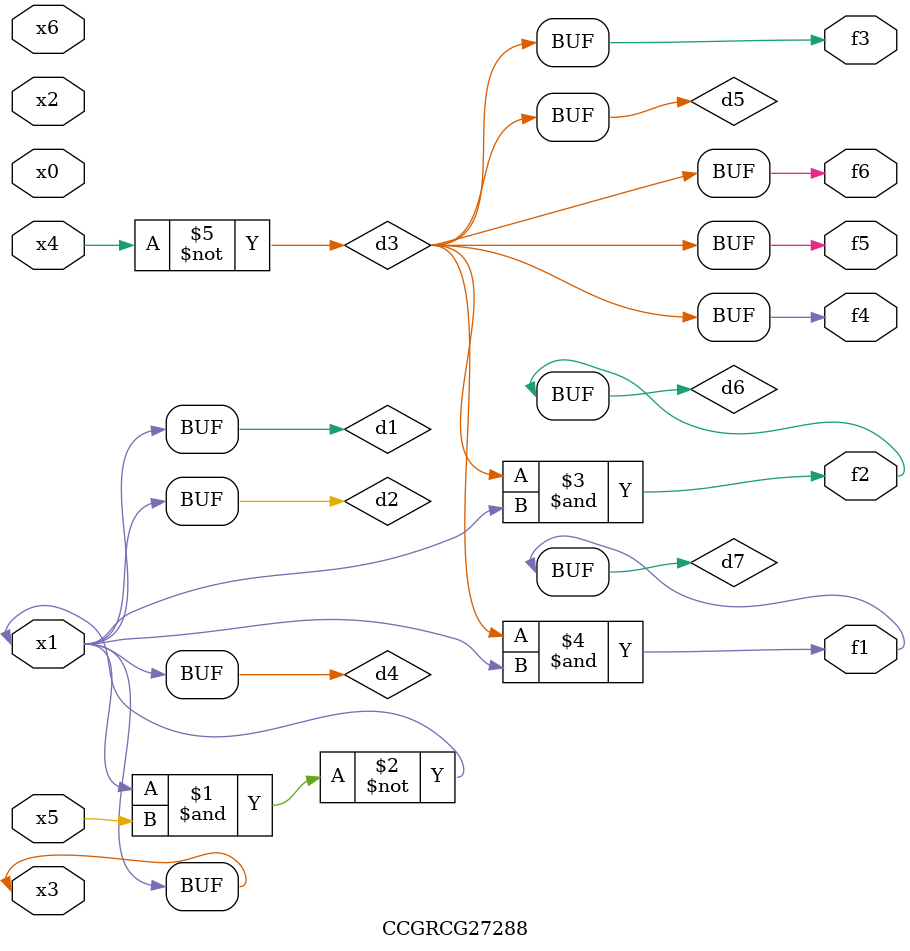
<source format=v>
module CCGRCG27288(
	input x0, x1, x2, x3, x4, x5, x6,
	output f1, f2, f3, f4, f5, f6
);

	wire d1, d2, d3, d4, d5, d6, d7;

	buf (d1, x1, x3);
	nand (d2, x1, x5);
	not (d3, x4);
	buf (d4, d1, d2);
	buf (d5, d3);
	and (d6, d3, d4);
	and (d7, d3, d4);
	assign f1 = d7;
	assign f2 = d6;
	assign f3 = d5;
	assign f4 = d5;
	assign f5 = d5;
	assign f6 = d5;
endmodule

</source>
